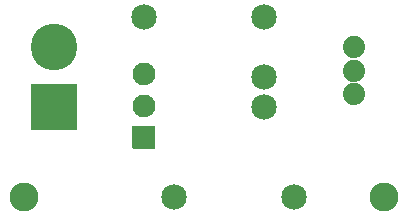
<source format=gbs>
G04 MADE WITH FRITZING*
G04 WWW.FRITZING.ORG*
G04 DOUBLE SIDED*
G04 HOLES PLATED*
G04 CONTOUR ON CENTER OF CONTOUR VECTOR*
%ASAXBY*%
%FSLAX23Y23*%
%MOIN*%
%OFA0B0*%
%SFA1.0B1.0*%
%ADD10C,0.085000*%
%ADD11C,0.096614*%
%ADD12C,0.076000*%
%ADD13C,0.155669*%
%ADD14C,0.074000*%
%ADD15C,0.030000*%
%ADD16R,0.001000X0.001000*%
%LNMASK0*%
G90*
G70*
G54D10*
X892Y480D03*
X892Y380D03*
G54D11*
X1292Y80D03*
X92Y80D03*
G54D12*
X492Y280D03*
X492Y386D03*
X492Y492D03*
G54D13*
X192Y580D03*
X192Y380D03*
G54D10*
X492Y680D03*
X892Y680D03*
X592Y80D03*
X992Y80D03*
G54D14*
X1192Y580D03*
X1192Y502D03*
X1192Y423D03*
G54D15*
G36*
X919Y453D02*
X864Y453D01*
X864Y508D01*
X919Y508D01*
X919Y453D01*
G37*
D02*
G54D16*
X114Y458D02*
X268Y458D01*
X114Y457D02*
X268Y457D01*
X114Y456D02*
X268Y456D01*
X114Y455D02*
X268Y455D01*
X114Y454D02*
X268Y454D01*
X114Y453D02*
X268Y453D01*
X114Y452D02*
X268Y452D01*
X114Y451D02*
X268Y451D01*
X114Y450D02*
X268Y450D01*
X114Y449D02*
X268Y449D01*
X114Y448D02*
X268Y448D01*
X114Y447D02*
X268Y447D01*
X114Y446D02*
X268Y446D01*
X114Y445D02*
X268Y445D01*
X114Y444D02*
X268Y444D01*
X114Y443D02*
X268Y443D01*
X114Y442D02*
X268Y442D01*
X114Y441D02*
X268Y441D01*
X114Y440D02*
X268Y440D01*
X114Y439D02*
X268Y439D01*
X114Y438D02*
X268Y438D01*
X114Y437D02*
X268Y437D01*
X114Y436D02*
X268Y436D01*
X114Y435D02*
X268Y435D01*
X114Y434D02*
X268Y434D01*
X114Y433D02*
X268Y433D01*
X114Y432D02*
X268Y432D01*
X114Y431D02*
X268Y431D01*
X114Y430D02*
X268Y430D01*
X114Y429D02*
X268Y429D01*
X114Y428D02*
X268Y428D01*
X114Y427D02*
X268Y427D01*
X114Y426D02*
X268Y426D01*
X114Y425D02*
X268Y425D01*
X114Y424D02*
X268Y424D01*
X114Y423D02*
X187Y423D01*
X195Y423D02*
X268Y423D01*
X114Y422D02*
X180Y422D01*
X201Y422D02*
X268Y422D01*
X114Y421D02*
X177Y421D01*
X205Y421D02*
X268Y421D01*
X114Y420D02*
X174Y420D01*
X208Y420D02*
X268Y420D01*
X114Y419D02*
X172Y419D01*
X210Y419D02*
X268Y419D01*
X114Y418D02*
X170Y418D01*
X212Y418D02*
X268Y418D01*
X114Y417D02*
X168Y417D01*
X213Y417D02*
X268Y417D01*
X114Y416D02*
X167Y416D01*
X215Y416D02*
X268Y416D01*
X114Y415D02*
X165Y415D01*
X216Y415D02*
X268Y415D01*
X114Y414D02*
X164Y414D01*
X218Y414D02*
X268Y414D01*
X114Y413D02*
X163Y413D01*
X219Y413D02*
X268Y413D01*
X114Y412D02*
X162Y412D01*
X220Y412D02*
X268Y412D01*
X114Y411D02*
X161Y411D01*
X221Y411D02*
X268Y411D01*
X114Y410D02*
X160Y410D01*
X222Y410D02*
X268Y410D01*
X114Y409D02*
X159Y409D01*
X223Y409D02*
X268Y409D01*
X114Y408D02*
X158Y408D01*
X224Y408D02*
X268Y408D01*
X114Y407D02*
X157Y407D01*
X225Y407D02*
X268Y407D01*
X114Y406D02*
X156Y406D01*
X225Y406D02*
X268Y406D01*
X114Y405D02*
X156Y405D01*
X226Y405D02*
X268Y405D01*
X114Y404D02*
X155Y404D01*
X227Y404D02*
X268Y404D01*
X114Y403D02*
X154Y403D01*
X227Y403D02*
X268Y403D01*
X114Y402D02*
X154Y402D01*
X228Y402D02*
X268Y402D01*
X114Y401D02*
X153Y401D01*
X229Y401D02*
X268Y401D01*
X114Y400D02*
X153Y400D01*
X229Y400D02*
X268Y400D01*
X114Y399D02*
X152Y399D01*
X230Y399D02*
X268Y399D01*
X114Y398D02*
X152Y398D01*
X230Y398D02*
X268Y398D01*
X114Y397D02*
X151Y397D01*
X230Y397D02*
X268Y397D01*
X114Y396D02*
X151Y396D01*
X231Y396D02*
X268Y396D01*
X114Y395D02*
X151Y395D01*
X231Y395D02*
X268Y395D01*
X114Y394D02*
X150Y394D01*
X232Y394D02*
X268Y394D01*
X114Y393D02*
X150Y393D01*
X232Y393D02*
X268Y393D01*
X114Y392D02*
X150Y392D01*
X232Y392D02*
X268Y392D01*
X114Y391D02*
X149Y391D01*
X232Y391D02*
X268Y391D01*
X114Y390D02*
X149Y390D01*
X233Y390D02*
X268Y390D01*
X114Y389D02*
X149Y389D01*
X233Y389D02*
X268Y389D01*
X114Y388D02*
X149Y388D01*
X233Y388D02*
X268Y388D01*
X114Y387D02*
X149Y387D01*
X233Y387D02*
X268Y387D01*
X114Y386D02*
X148Y386D01*
X233Y386D02*
X268Y386D01*
X114Y385D02*
X148Y385D01*
X233Y385D02*
X268Y385D01*
X114Y384D02*
X148Y384D01*
X233Y384D02*
X268Y384D01*
X114Y383D02*
X148Y383D01*
X233Y383D02*
X268Y383D01*
X114Y382D02*
X148Y382D01*
X234Y382D02*
X268Y382D01*
X114Y381D02*
X148Y381D01*
X234Y381D02*
X268Y381D01*
X114Y380D02*
X148Y380D01*
X234Y380D02*
X268Y380D01*
X114Y379D02*
X148Y379D01*
X233Y379D02*
X268Y379D01*
X114Y378D02*
X148Y378D01*
X233Y378D02*
X268Y378D01*
X114Y377D02*
X148Y377D01*
X233Y377D02*
X268Y377D01*
X114Y376D02*
X148Y376D01*
X233Y376D02*
X268Y376D01*
X114Y375D02*
X149Y375D01*
X233Y375D02*
X268Y375D01*
X114Y374D02*
X149Y374D01*
X233Y374D02*
X268Y374D01*
X114Y373D02*
X149Y373D01*
X233Y373D02*
X268Y373D01*
X114Y372D02*
X149Y372D01*
X233Y372D02*
X268Y372D01*
X114Y371D02*
X149Y371D01*
X232Y371D02*
X268Y371D01*
X114Y370D02*
X150Y370D01*
X232Y370D02*
X268Y370D01*
X114Y369D02*
X150Y369D01*
X232Y369D02*
X268Y369D01*
X114Y368D02*
X150Y368D01*
X232Y368D02*
X268Y368D01*
X114Y367D02*
X150Y367D01*
X231Y367D02*
X268Y367D01*
X114Y366D02*
X151Y366D01*
X231Y366D02*
X268Y366D01*
X114Y365D02*
X151Y365D01*
X231Y365D02*
X268Y365D01*
X114Y364D02*
X152Y364D01*
X230Y364D02*
X268Y364D01*
X114Y363D02*
X152Y363D01*
X230Y363D02*
X268Y363D01*
X114Y362D02*
X153Y362D01*
X229Y362D02*
X268Y362D01*
X114Y361D02*
X153Y361D01*
X229Y361D02*
X268Y361D01*
X114Y360D02*
X154Y360D01*
X228Y360D02*
X268Y360D01*
X114Y359D02*
X154Y359D01*
X227Y359D02*
X268Y359D01*
X114Y358D02*
X155Y358D01*
X227Y358D02*
X268Y358D01*
X114Y357D02*
X156Y357D01*
X226Y357D02*
X268Y357D01*
X114Y356D02*
X156Y356D01*
X225Y356D02*
X268Y356D01*
X114Y355D02*
X157Y355D01*
X225Y355D02*
X268Y355D01*
X114Y354D02*
X158Y354D01*
X224Y354D02*
X268Y354D01*
X114Y353D02*
X159Y353D01*
X223Y353D02*
X268Y353D01*
X114Y352D02*
X160Y352D01*
X222Y352D02*
X268Y352D01*
X114Y351D02*
X161Y351D01*
X221Y351D02*
X268Y351D01*
X114Y350D02*
X162Y350D01*
X220Y350D02*
X268Y350D01*
X114Y349D02*
X163Y349D01*
X219Y349D02*
X268Y349D01*
X114Y348D02*
X164Y348D01*
X218Y348D02*
X268Y348D01*
X114Y347D02*
X165Y347D01*
X216Y347D02*
X268Y347D01*
X114Y346D02*
X167Y346D01*
X215Y346D02*
X268Y346D01*
X114Y345D02*
X168Y345D01*
X214Y345D02*
X268Y345D01*
X114Y344D02*
X170Y344D01*
X212Y344D02*
X268Y344D01*
X114Y343D02*
X172Y343D01*
X210Y343D02*
X268Y343D01*
X114Y342D02*
X174Y342D01*
X208Y342D02*
X268Y342D01*
X114Y341D02*
X176Y341D01*
X205Y341D02*
X268Y341D01*
X114Y340D02*
X180Y340D01*
X202Y340D02*
X268Y340D01*
X114Y339D02*
X185Y339D01*
X196Y339D02*
X268Y339D01*
X114Y338D02*
X268Y338D01*
X114Y337D02*
X268Y337D01*
X114Y336D02*
X268Y336D01*
X114Y335D02*
X268Y335D01*
X114Y334D02*
X268Y334D01*
X114Y333D02*
X268Y333D01*
X114Y332D02*
X268Y332D01*
X114Y331D02*
X268Y331D01*
X114Y330D02*
X268Y330D01*
X114Y329D02*
X268Y329D01*
X114Y328D02*
X268Y328D01*
X114Y327D02*
X268Y327D01*
X114Y326D02*
X268Y326D01*
X114Y325D02*
X268Y325D01*
X114Y324D02*
X268Y324D01*
X114Y323D02*
X268Y323D01*
X114Y322D02*
X268Y322D01*
X114Y321D02*
X268Y321D01*
X114Y320D02*
X268Y320D01*
X114Y319D02*
X268Y319D01*
X114Y318D02*
X268Y318D01*
X453Y318D02*
X528Y318D01*
X114Y317D02*
X268Y317D01*
X453Y317D02*
X528Y317D01*
X114Y316D02*
X268Y316D01*
X453Y316D02*
X528Y316D01*
X114Y315D02*
X268Y315D01*
X453Y315D02*
X528Y315D01*
X114Y314D02*
X268Y314D01*
X453Y314D02*
X528Y314D01*
X114Y313D02*
X268Y313D01*
X453Y313D02*
X528Y313D01*
X114Y312D02*
X268Y312D01*
X453Y312D02*
X528Y312D01*
X114Y311D02*
X268Y311D01*
X453Y311D02*
X528Y311D01*
X114Y310D02*
X268Y310D01*
X453Y310D02*
X528Y310D01*
X114Y309D02*
X268Y309D01*
X453Y309D02*
X528Y309D01*
X114Y308D02*
X268Y308D01*
X453Y308D02*
X528Y308D01*
X114Y307D02*
X268Y307D01*
X453Y307D02*
X528Y307D01*
X114Y306D02*
X268Y306D01*
X453Y306D02*
X528Y306D01*
X114Y305D02*
X268Y305D01*
X453Y305D02*
X528Y305D01*
X114Y304D02*
X268Y304D01*
X453Y304D02*
X528Y304D01*
X453Y303D02*
X528Y303D01*
X453Y302D02*
X528Y302D01*
X453Y301D02*
X528Y301D01*
X453Y300D02*
X528Y300D01*
X453Y299D02*
X528Y299D01*
X453Y298D02*
X528Y298D01*
X453Y297D02*
X528Y297D01*
X453Y296D02*
X528Y296D01*
X453Y295D02*
X528Y295D01*
X453Y294D02*
X528Y294D01*
X453Y293D02*
X528Y293D01*
X453Y292D02*
X528Y292D01*
X453Y291D02*
X528Y291D01*
X453Y290D02*
X487Y290D01*
X494Y290D02*
X528Y290D01*
X453Y289D02*
X485Y289D01*
X496Y289D02*
X528Y289D01*
X453Y288D02*
X484Y288D01*
X497Y288D02*
X528Y288D01*
X453Y287D02*
X483Y287D01*
X498Y287D02*
X528Y287D01*
X453Y286D02*
X482Y286D01*
X499Y286D02*
X528Y286D01*
X453Y285D02*
X482Y285D01*
X500Y285D02*
X528Y285D01*
X453Y284D02*
X481Y284D01*
X500Y284D02*
X528Y284D01*
X453Y283D02*
X481Y283D01*
X500Y283D02*
X528Y283D01*
X453Y282D02*
X481Y282D01*
X501Y282D02*
X528Y282D01*
X453Y281D02*
X481Y281D01*
X501Y281D02*
X528Y281D01*
X453Y280D02*
X481Y280D01*
X501Y280D02*
X528Y280D01*
X453Y279D02*
X481Y279D01*
X500Y279D02*
X528Y279D01*
X453Y278D02*
X481Y278D01*
X500Y278D02*
X528Y278D01*
X453Y277D02*
X481Y277D01*
X500Y277D02*
X528Y277D01*
X453Y276D02*
X482Y276D01*
X499Y276D02*
X528Y276D01*
X453Y275D02*
X483Y275D01*
X499Y275D02*
X528Y275D01*
X453Y274D02*
X484Y274D01*
X498Y274D02*
X528Y274D01*
X453Y273D02*
X485Y273D01*
X496Y273D02*
X528Y273D01*
X453Y272D02*
X487Y272D01*
X495Y272D02*
X528Y272D01*
X453Y271D02*
X528Y271D01*
X453Y270D02*
X528Y270D01*
X453Y269D02*
X528Y269D01*
X453Y268D02*
X528Y268D01*
X453Y267D02*
X528Y267D01*
X453Y266D02*
X528Y266D01*
X453Y265D02*
X528Y265D01*
X453Y264D02*
X528Y264D01*
X453Y263D02*
X528Y263D01*
X453Y262D02*
X528Y262D01*
X453Y261D02*
X528Y261D01*
X453Y260D02*
X528Y260D01*
X453Y259D02*
X528Y259D01*
X453Y258D02*
X528Y258D01*
X453Y257D02*
X528Y257D01*
X453Y256D02*
X528Y256D01*
X453Y255D02*
X528Y255D01*
X453Y254D02*
X528Y254D01*
X453Y253D02*
X528Y253D01*
X453Y252D02*
X528Y252D01*
X453Y251D02*
X528Y251D01*
X453Y250D02*
X528Y250D01*
X453Y249D02*
X528Y249D01*
X453Y248D02*
X528Y248D01*
X453Y247D02*
X528Y247D01*
X453Y246D02*
X528Y246D01*
X453Y245D02*
X528Y245D01*
X453Y244D02*
X528Y244D01*
X454Y243D02*
X528Y243D01*
D02*
G04 End of Mask0*
M02*
</source>
